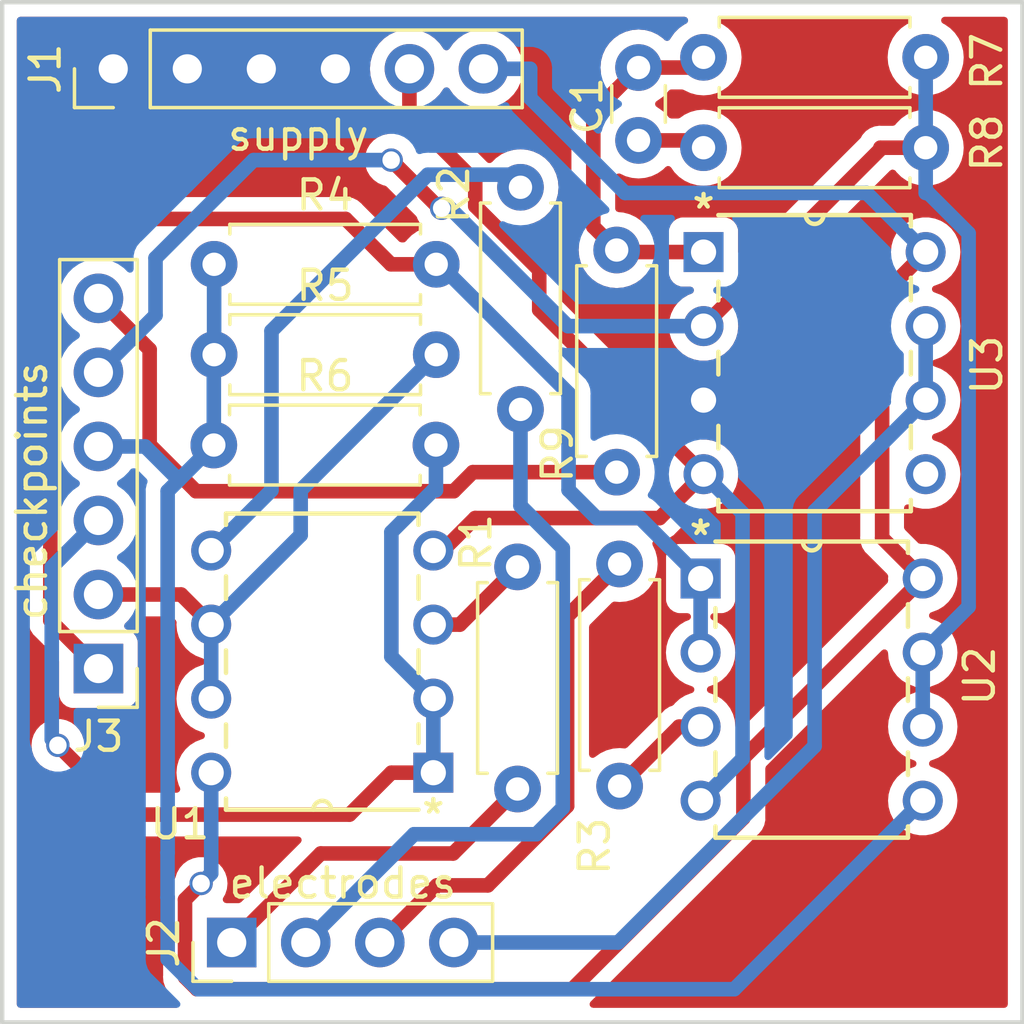
<source format=kicad_pcb>
(kicad_pcb (version 20221018) (generator pcbnew)
  (layers (0 "F.Cu" signal) (31 "B.Cu" signal) (34 "B.Paste" user) (35 "F.Paste" user) (36 "B.SilkS" user "B.Silkscreen") (37 "F.SilkS" user "F.Silkscreen") (38 "B.Mask" user) (39 "F.Mask" user) (44 "Edge.Cuts" user))
  (net 0 "")
  (net 1 "Earth")
  (net 2 "VEE")
  (net 3 "VCC")
  (net 4 "Left Arm")
  (net 5 "Right Arm")
  (net 6 "Left Leg")
  (net 7 "Right Leg")
  (net 8 "Out_buffer_3")
  (net 9 "Out_buffer_2")
  (net 10 "Out_buffer_1")
  (net 11 "Sum_point")
  (net 12 "Out_buffer_sum")
  (net 13 "Out_filter")
  (net 14 "Net-(U1A-+)")
  (net 15 "Net-(U1B-+)")
  (net 16 "Net-(U2A-+)")
  (net 18 "Net-(C1-Pad1)")
  (net 19 "Net-(C1-Pad2)")
  (footprint "Resistor_THT:R_Axial_DIN0207_L6.3mm_D2.5mm_P7.62mm_Horizontal" (layer "F.Cu") (at 126.9 103.7 90)
    (fp_text reference "R1" (at 8.45 -1.424 90) (layer "F.SilkS"))
    (fp_text value "10k")
    (fp_line (start 0.54 -1.37) (end 7.08 -1.37) (stroke (width 0.12)) (layer "F.SilkS"))
    (fp_line (start 0.54 -1.04) (end 0.54 -1.37) (stroke (width 0.12)) (layer "F.SilkS"))
    (fp_line (start 0.54 1.04) (end 0.54 1.37) (stroke (width 0.12)) (layer "F.SilkS"))
    (fp_line (start 0.54 1.37) (end 7.08 1.37) (stroke (width 0.12)) (layer "F.SilkS"))
    (fp_line (start 7.08 -1.37) (end 7.08 -1.04) (stroke (width 0.12)) (layer "F.SilkS"))
    (fp_line (start 7.08 1.37) (end 7.08 1.04) (stroke (width 0.12)) (layer "F.SilkS"))
    (pad "1" thru_hole circle (at 0 0 90) (size 1.6 1.6) (drill 0.8) (layers "*.Cu" "*.Mask") (net 4 "Left Arm"))
    (pad "2" thru_hole oval (at 7.62 0 90) (size 1.6 1.6) (drill 0.8) (layers "*.Cu" "*.Mask") (net 14 "Net-(U1A-+)"))
  )
  (footprint "Connector_PinHeader_2.54mm:PinHeader_1x06_P2.54mm_Vertical" (layer "F.Cu") (at 113.03 78.994 90)
    (fp_text reference "J1" (at 0 -2.33 90) (layer "F.SilkS"))
    (fp_text value "supply" (at -2.286 6.35) (layer "F.SilkS"))
    (fp_line (start -1.33 -1.33) (end 0 -1.33) (stroke (width 0.12)) (layer "F.SilkS"))
    (fp_line (start -1.33 0) (end -1.33 -1.33) (stroke (width 0.12)) (layer "F.SilkS"))
    (fp_line (start -1.33 1.27) (end -1.33 14.03) (stroke (width 0.12)) (layer "F.SilkS"))
    (fp_line (start -1.33 1.27) (end 1.33 1.27) (stroke (width 0.12)) (layer "F.SilkS"))
    (fp_line (start -1.33 14.03) (end 1.33 14.03) (stroke (width 0.12)) (layer "F.SilkS"))
    (fp_line (start 1.33 1.27) (end 1.33 14.03) (stroke (width 0.12)) (layer "F.SilkS"))
    (pad "1" thru_hole rect (at 0 0 90) (size 1.7 1.7) (drill 1) (layers "*.Cu" "*.Mask") (net 1 "Earth"))
    (pad "2" thru_hole oval (at 0 2.54 90) (size 1.7 1.7) (drill 1) (layers "*.Cu" "*.Mask") (net 1 "Earth"))
    (pad "3" thru_hole oval (at 0 5.08 90) (size 1.7 1.7) (drill 1) (layers "*.Cu" "*.Mask") (net 1 "Earth"))
    (pad "4" thru_hole oval (at 0 7.62 90) (size 1.7 1.7) (drill 1) (layers "*.Cu" "*.Mask") (net 1 "Earth"))
    (pad "5" thru_hole oval (at 0 10.16 90) (size 1.7 1.7) (drill 1) (layers "*.Cu" "*.Mask") (net 2 "VEE"))
    (pad "6" thru_hole oval (at 0 12.7 90) (size 1.7 1.7) (drill 1) (layers "*.Cu" "*.Mask") (net 3 "VCC"))
  )
  (footprint "Resistor_THT:R_Axial_DIN0207_L6.3mm_D2.5mm_P7.62mm_Horizontal" (layer "F.Cu") (at 130.3 85.21 -90)
    (fp_text reference "R9" (at 6.992 2.03 90) (layer "F.SilkS"))
    (fp_text value "R")
    (fp_line (start 0.54 -1.37) (end 7.08 -1.37) (stroke (width 0.12)) (layer "F.SilkS"))
    (fp_line (start 0.54 -1.04) (end 0.54 -1.37) (stroke (width 0.12)) (layer "F.SilkS"))
    (fp_line (start 0.54 1.04) (end 0.54 1.37) (stroke (width 0.12)) (layer "F.SilkS"))
    (fp_line (start 0.54 1.37) (end 7.08 1.37) (stroke (width 0.12)) (layer "F.SilkS"))
    (fp_line (start 7.08 -1.37) (end 7.08 -1.04) (stroke (width 0.12)) (layer "F.SilkS"))
    (fp_line (start 7.08 1.37) (end 7.08 1.04) (stroke (width 0.12)) (layer "F.SilkS"))
    (pad "1" thru_hole circle (at 0 0 270) (size 1.6 1.6) (drill 0.8) (layers "*.Cu" "*.Mask") (net 18 "Net-(C1-Pad1)"))
    (pad "2" thru_hole oval (at 7.62 0 270) (size 1.6 1.6) (drill 0.8) (layers "*.Cu" "*.Mask") (net 13 "Out_filter"))
  )
  (footprint "Resistor_THT:R_Axial_DIN0207_L6.3mm_D2.5mm_P7.62mm_Horizontal" (layer "F.Cu") (at 133.28 81.7)
    (fp_text reference "R8" (at 9.722 -0.166 90) (layer "F.SilkS"))
    (fp_text value "R")
    (fp_line (start 0.54 -1.37) (end 7.08 -1.37) (stroke (width 0.12)) (layer "F.SilkS"))
    (fp_line (start 0.54 -1.04) (end 0.54 -1.37) (stroke (width 0.12)) (layer "F.SilkS"))
    (fp_line (start 0.54 1.04) (end 0.54 1.37) (stroke (width 0.12)) (layer "F.SilkS"))
    (fp_line (start 0.54 1.37) (end 7.08 1.37) (stroke (width 0.12)) (layer "F.SilkS"))
    (fp_line (start 7.08 -1.37) (end 7.08 -1.04) (stroke (width 0.12)) (layer "F.SilkS"))
    (fp_line (start 7.08 1.37) (end 7.08 1.04) (stroke (width 0.12)) (layer "F.SilkS"))
    (pad "1" thru_hole circle (at 0 0) (size 1.6 1.6) (drill 0.8) (layers "*.Cu" "*.Mask") (net 19 "Net-(C1-Pad2)"))
    (pad "2" thru_hole oval (at 7.62 0) (size 1.6 1.6) (drill 0.8) (layers "*.Cu" "*.Mask") (net 12 "Out_buffer_sum"))
  )
  (footprint "Connector_PinHeader_2.54mm:PinHeader_1x06_P2.54mm_Vertical" (layer "F.Cu") (at 112.522 99.568 180)
    (fp_text reference "J3" (at 0 -2.33) (layer "F.SilkS"))
    (fp_text value "checkpoints" (at 2.286 6.096 90) (layer "F.SilkS"))
    (fp_line (start -1.33 -1.33) (end 0 -1.33) (stroke (width 0.12)) (layer "F.SilkS"))
    (fp_line (start -1.33 0) (end -1.33 -1.33) (stroke (width 0.12)) (layer "F.SilkS"))
    (fp_line (start -1.33 1.27) (end -1.33 14.03) (stroke (width 0.12)) (layer "F.SilkS"))
    (fp_line (start -1.33 1.27) (end 1.33 1.27) (stroke (width 0.12)) (layer "F.SilkS"))
    (fp_line (start -1.33 14.03) (end 1.33 14.03) (stroke (width 0.12)) (layer "F.SilkS"))
    (fp_line (start 1.33 1.27) (end 1.33 14.03) (stroke (width 0.12)) (layer "F.SilkS"))
    (pad "1" thru_hole rect (at 0 0 180) (size 1.7 1.7) (drill 1) (layers "*.Cu" "*.Mask") (net 8 "Out_buffer_3"))
    (pad "2" thru_hole oval (at 0 2.54 180) (size 1.7 1.7) (drill 1) (layers "*.Cu" "*.Mask") (net 9 "Out_buffer_2"))
    (pad "3" thru_hole oval (at 0 5.08 180) (size 1.7 1.7) (drill 1) (layers "*.Cu" "*.Mask") (net 10 "Out_buffer_1"))
    (pad "4" thru_hole oval (at 0 7.62 180) (size 1.7 1.7) (drill 1) (layers "*.Cu" "*.Mask") (net 11 "Sum_point"))
    (pad "5" thru_hole oval (at 0 10.16 180) (size 1.7 1.7) (drill 1) (layers "*.Cu" "*.Mask") (net 12 "Out_buffer_sum"))
    (pad "6" thru_hole oval (at 0 12.7 180) (size 1.7 1.7) (drill 1) (layers "*.Cu" "*.Mask") (net 13 "Out_filter"))
  )
  (footprint "TL072:P8" (layer "F.Cu") (at 140.9 92.9)
    (fp_text reference "U3" (at 2.102 -3.746 90 unlocked) (layer "F.SilkS"))
    (fp_text value "TL072")
    (fp_text user "*" (at -7.62 -9.0678 unlocked) (layer "F.SilkS"))
    (fp_line (start -7.112 -6.60146) (end -7.112 -5.962814) (stroke (width 0.1524)) (layer "F.SilkS"))
    (fp_line (start -7.112 -4.197186) (end -7.112 -3.422814) (stroke (width 0.1524)) (layer "F.SilkS"))
    (fp_line (start -7.112 -1.657186) (end -7.112 -0.882814) (stroke (width 0.1524)) (layer "F.SilkS"))
    (fp_line (start -7.112 0.882814) (end -7.112 1.27) (stroke (width 0.1524)) (layer "F.SilkS"))
    (fp_line (start -7.112 1.27) (end -0.508 1.27) (stroke (width 0.1524)) (layer "F.SilkS"))
    (fp_line (start -0.508 -8.89) (end -7.112 -8.89) (stroke (width 0.1524)) (layer "F.SilkS"))
    (fp_line (start -0.508 -8.502814) (end -0.508 -8.89) (stroke (width 0.1524)) (layer "F.SilkS"))
    (fp_line (start -0.508 -5.962814) (end -0.508 -6.737186) (stroke (width 0.1524)) (layer "F.SilkS"))
    (fp_line (start -0.508 -3.422814) (end -0.508 -4.197186) (stroke (width 0.1524)) (layer "F.SilkS"))
    (fp_line (start -0.508 -0.882814) (end -0.508 -1.657186) (stroke (width 0.1524)) (layer "F.SilkS"))
    (fp_line (start -0.508 1.27) (end -0.508 0.882814) (stroke (width 0.1524)) (layer "F.SilkS"))
    (fp_arc (start -3.5052 -8.89) (mid -3.81 -8.5852) (end -4.1148 -8.89) (stroke (width 0.1524)) (layer "F.SilkS"))
    (pad "1" thru_hole rect (at -7.62 -7.62) (size 1.3716 1.3716) (drill 0.8636) (layers "*.Cu" "*.Mask") (net 18 "Net-(C1-Pad1)"))
    (pad "2" thru_hole circle (at -7.62 -5.08) (size 1.3716 1.3716) (drill 0.8636) (layers "*.Cu" "*.Mask") (net 12 "Out_buffer_sum"))
    (pad "3" thru_hole circle (at -7.62 -2.54) (size 1.3716 1.3716) (drill 0.8636) (layers "*.Cu" "*.Mask") (net 1 "Earth"))
    (pad "4" thru_hole circle (at -7.62 0) (size 1.3716 1.3716) (drill 0.8636) (layers "*.Cu" "*.Mask") (net 2 "VEE"))
    (pad "5" thru_hole circle (at 0 0) (size 1.3716 1.3716) (drill 0.8636) (layers "*.Cu" "*.Mask"))
    (pad "6" thru_hole circle (at 0 -2.54) (size 1.3716 1.3716) (drill 0.8636) (layers "*.Cu" "*.Mask") (net 7 "Right Leg"))
    (pad "7" thru_hole circle (at 0 -5.08) (size 1.3716 1.3716) (drill 0.8636) (layers "*.Cu" "*.Mask") (net 7 "Right Leg"))
    (pad "8" thru_hole circle (at 0 -7.62) (size 1.3716 1.3716) (drill 0.8636) (layers "*.Cu" "*.Mask") (net 3 "VCC"))
  )
  (footprint "Resistor_THT:R_Axial_DIN0207_L6.3mm_D2.5mm_P7.62mm_Horizontal" (layer "F.Cu") (at 116.49 85.7)
    (fp_text reference "R4" (at 3.81 -2.37) (layer "F.SilkS"))
    (fp_text value "10k")
    (fp_line (start 0.54 -1.37) (end 7.08 -1.37) (stroke (width 0.12)) (layer "F.SilkS"))
    (fp_line (start 0.54 -1.04) (end 0.54 -1.37) (stroke (width 0.12)) (layer "F.SilkS"))
    (fp_line (start 0.54 1.04) (end 0.54 1.37) (stroke (width 0.12)) (layer "F.SilkS"))
    (fp_line (start 0.54 1.37) (end 7.08 1.37) (stroke (width 0.12)) (layer "F.SilkS"))
    (fp_line (start 7.08 -1.37) (end 7.08 -1.04) (stroke (width 0.12)) (layer "F.SilkS"))
    (fp_line (start 7.08 1.37) (end 7.08 1.04) (stroke (width 0.12)) (layer "F.SilkS"))
    (pad "1" thru_hole circle (at 0 0) (size 1.6 1.6) (drill 0.8) (layers "*.Cu" "*.Mask") (net 11 "Sum_point"))
    (pad "2" thru_hole oval (at 7.62 0) (size 1.6 1.6) (drill 0.8) (layers "*.Cu" "*.Mask") (net 8 "Out_buffer_3"))
  )
  (footprint "Capacitor_THT:C_Disc_D3.0mm_W1.6mm_P2.50mm" (layer "F.Cu") (at 131.05 78.95 -90)
    (fp_text reference "C1" (at 1.314 1.764 90) (layer "F.SilkS"))
    (fp_text value "100nF")
    (fp_line (start 0.621 -0.92) (end 1.879 -0.92) (stroke (width 0.12)) (layer "F.SilkS"))
    (fp_line (start 0.621 0.92) (end 1.879 0.92) (stroke (width 0.12)) (layer "F.SilkS"))
    (pad "1" thru_hole circle (at 0 0 270) (size 1.6 1.6) (drill 0.8) (layers "*.Cu" "*.Mask") (net 18 "Net-(C1-Pad1)"))
    (pad "2" thru_hole circle (at 2.5 0 270) (size 1.6 1.6) (drill 0.8) (layers "*.Cu" "*.Mask") (net 19 "Net-(C1-Pad2)"))
  )
  (footprint "TL072:P8" (layer "F.Cu") (at 116.39 95.52 180)
    (fp_text reference "U1" (at 1.074 -9.382 unlocked) (layer "F.SilkS"))
    (fp_text value "TL072")
    (fp_text user "*" (at -7.62 -9.0678) (layer "F.SilkS"))
    (fp_line (start -7.112 -6.60146) (end -7.112 -5.962814) (stroke (width 0.1524)) (layer "F.SilkS"))
    (fp_line (start -7.112 -4.197186) (end -7.112 -3.422814) (stroke (width 0.1524)) (layer "F.SilkS"))
    (fp_line (start -7.112 -1.657186) (end -7.112 -0.882814) (stroke (width 0.1524)) (layer "F.SilkS"))
    (fp_line (start -7.112 0.882814) (end -7.112 1.27) (stroke (width 0.1524)) (layer "F.SilkS"))
    (fp_line (start -7.112 1.27) (end -0.508 1.27) (stroke (width 0.1524)) (layer "F.SilkS"))
    (fp_line (start -0.508 -8.89) (end -7.112 -8.89) (stroke (width 0.1524)) (layer "F.SilkS"))
    (fp_line (start -0.508 -8.502814) (end -0.508 -8.89) (stroke (width 0.1524)) (layer "F.SilkS"))
    (fp_line (start -0.508 -5.962814) (end -0.508 -6.737186) (stroke (width 0.1524)) (layer "F.SilkS"))
    (fp_line (start -0.508 -3.422814) (end -0.508 -4.197186) (stroke (width 0.1524)) (layer "F.SilkS"))
    (fp_line (start -0.508 -0.882814) (end -0.508 -1.657186) (stroke (width 0.1524)) (layer "F.SilkS"))
    (fp_line (start -0.508 1.27) (end -0.508 0.882814) (stroke (width 0.1524)) (layer "F.SilkS"))
    (fp_arc (start -3.5052 -8.89) (mid -3.81 -8.5852) (end -4.1148 -8.89) (stroke (width 0.1524)) (layer "F.SilkS"))
    (pad "1" thru_hole rect (at -7.62 -7.62 180) (size 1.3716 1.3716) (drill 0.8636) (layers "*.Cu" "*.Mask") (net 10 "Out_buffer_1"))
    (pad "2" thru_hole circle (at -7.62 -5.08 180) (size 1.3716 1.3716) (drill 0.8636) (layers "*.Cu" "*.Mask") (net 10 "Out_buffer_1"))
    (pad "3" thru_hole circle (at -7.62 -2.54 180) (size 1.3716 1.3716) (drill 0.8636) (layers "*.Cu" "*.Mask") (net 14 "Net-(U1A-+)"))
    (pad "4" thru_hole circle (at -7.62 0 180) (size 1.3716 1.3716) (drill 0.8636) (layers "*.Cu" "*.Mask") (net 2 "VEE"))
    (pad "5" thru_hole circle (at 0 0 180) (size 1.3716 1.3716) (drill 0.8636) (layers "*.Cu" "*.Mask") (net 15 "Net-(U1B-+)"))
    (pad "6" thru_hole circle (at 0 -2.54 180) (size 1.3716 1.3716) (drill 0.8636) (layers "*.Cu" "*.Mask") (net 9 "Out_buffer_2"))
    (pad "7" thru_hole circle (at 0 -5.08 180) (size 1.3716 1.3716) (drill 0.8636) (layers "*.Cu" "*.Mask") (net 9 "Out_buffer_2"))
    (pad "8" thru_hole circle (at 0 -7.62 180) (size 1.3716 1.3716) (drill 0.8636) (layers "*.Cu" "*.Mask") (net 3 "VCC"))
  )
  (footprint "Resistor_THT:R_Axial_DIN0207_L6.3mm_D2.5mm_P7.62mm_Horizontal" (layer "F.Cu") (at 130.4 95.98 -90)
    (fp_text reference "R3" (at 9.684 0.86 90) (layer "F.SilkS"))
    (fp_text value "10k")
    (fp_line (start 0.54 -1.37) (end 7.08 -1.37) (stroke (width 0.12)) (layer "F.SilkS"))
    (fp_line (start 0.54 -1.04) (end 0.54 -1.37) (stroke (width 0.12)) (layer "F.SilkS"))
    (fp_line (start 0.54 1.04) (end 0.54 1.37) (stroke (width 0.12)) (layer "F.SilkS"))
    (fp_line (start 0.54 1.37) (end 7.08 1.37) (stroke (width 0.12)) (layer "F.SilkS"))
    (fp_line (start 7.08 -1.37) (end 7.08 -1.04) (stroke (width 0.12)) (layer "F.SilkS"))
    (fp_line (start 7.08 1.37) (end 7.08 1.04) (stroke (width 0.12)) (layer "F.SilkS"))
    (pad "1" thru_hole circle (at 0 0 270) (size 1.6 1.6) (drill 0.8) (layers "*.Cu" "*.Mask") (net 6 "Left Leg"))
    (pad "2" thru_hole oval (at 7.62 0 270) (size 1.6 1.6) (drill 0.8) (layers "*.Cu" "*.Mask") (net 16 "Net-(U2A-+)"))
  )
  (footprint "Resistor_THT:R_Axial_DIN0207_L6.3mm_D2.5mm_P7.62mm_Horizontal" (layer "F.Cu") (at 116.48 91.9)
    (fp_text reference "R6" (at 3.81 -2.37) (layer "F.SilkS"))
    (fp_text value "10k")
    (fp_line (start 0.54 -1.37) (end 7.08 -1.37) (stroke (width 0.12)) (layer "F.SilkS"))
    (fp_line (start 0.54 -1.04) (end 0.54 -1.37) (stroke (width 0.12)) (layer "F.SilkS"))
    (fp_line (start 0.54 1.04) (end 0.54 1.37) (stroke (width 0.12)) (layer "F.SilkS"))
    (fp_line (start 0.54 1.37) (end 7.08 1.37) (stroke (width 0.12)) (layer "F.SilkS"))
    (fp_line (start 7.08 -1.37) (end 7.08 -1.04) (stroke (width 0.12)) (layer "F.SilkS"))
    (fp_line (start 7.08 1.37) (end 7.08 1.04) (stroke (width 0.12)) (layer "F.SilkS"))
    (pad "1" thru_hole circle (at 0 0) (size 1.6 1.6) (drill 0.8) (layers "*.Cu" "*.Mask") (net 11 "Sum_point"))
    (pad "2" thru_hole oval (at 7.62 0) (size 1.6 1.6) (drill 0.8) (layers "*.Cu" "*.Mask") (net 10 "Out_buffer_1"))
  )
  (footprint "Connector_PinHeader_2.54mm:PinHeader_1x04_P2.54mm_Vertical" (layer "F.Cu") (at 117.094 108.966 90)
    (fp_text reference "J2" (at 0 -2.33 90) (layer "F.SilkS"))
    (fp_text value "electrodes" (at 2.032 3.81 180) (layer "F.SilkS"))
    (fp_line (start -1.33 -1.33) (end 0 -1.33) (stroke (width 0.12)) (layer "F.SilkS"))
    (fp_line (start -1.33 0) (end -1.33 -1.33) (stroke (width 0.12)) (layer "F.SilkS"))
    (fp_line (start -1.33 1.27) (end -1.33 8.95) (stroke (width 0.12)) (layer "F.SilkS"))
    (fp_line (start -1.33 1.27) (end 1.33 1.27) (stroke (width 0.12)) (layer "F.SilkS"))
    (fp_line (start -1.33 8.95) (end 1.33 8.95) (stroke (width 0.12)) (layer "F.SilkS"))
    (fp_line (start 1.33 1.27) (end 1.33 8.95) (stroke (width 0.12)) (layer "F.SilkS"))
    (pad "1" thru_hole rect (at 0 0 90) (size 1.7 1.7) (drill 1) (layers "*.Cu" "*.Mask") (net 4 "Left Arm"))
    (pad "2" thru_hole oval (at 0 2.54 90) (size 1.7 1.7) (drill 1) (layers "*.Cu" "*.Mask") (net 5 "Right Arm"))
    (pad "3" thru_hole oval (at 0 5.08 90) (size 1.7 1.7) (drill 1) (layers "*.Cu" "*.Mask") (net 6 "Left Leg"))
    (pad "4" thru_hole oval (at 0 7.62 90) (size 1.7 1.7) (drill 1) (layers "*.Cu" "*.Mask") (net 7 "Right Leg"))
  )
  (footprint "Resistor_THT:R_Axial_DIN0207_L6.3mm_D2.5mm_P7.62mm_Horizontal" (layer "F.Cu") (at 127 83.058 -90)
    (fp_text reference "R2" (at 0.254 2.286 90) (layer "F.SilkS"))
    (fp_text value "10k")
    (fp_line (start 0.54 -1.37) (end 7.08 -1.37) (stroke (width 0.12)) (layer "F.SilkS"))
    (fp_line (start 0.54 -1.04) (end 0.54 -1.37) (stroke (width 0.12)) (layer "F.SilkS"))
    (fp_line (start 0.54 1.04) (end 0.54 1.37) (stroke (width 0.12)) (layer "F.SilkS"))
    (fp_line (start 0.54 1.37) (end 7.08 1.37) (stroke (width 0.12)) (layer "F.SilkS"))
    (fp_line (start 7.08 -1.37) (end 7.08 -1.04) (stroke (width 0.12)) (layer "F.SilkS"))
    (fp_line (start 7.08 1.37) (end 7.08 1.04) (stroke (width 0.12)) (layer "F.SilkS"))
    (pad "1" thru_hole circle (at 0 0 270) (size 1.6 1.6) (drill 0.8) (layers "*.Cu" "*.Mask") (net 15 "Net-(U1B-+)"))
    (pad "2" thru_hole oval (at 7.62 0 270) (size 1.6 1.6) (drill 0.8) (layers "*.Cu" "*.Mask") (net 5 "Right Arm"))
  )
  (footprint "TL072:P8" (layer "F.Cu") (at 140.8 104.1)
    (fp_text reference "U2" (at 1.948 -4.278 90 unlocked) (layer "F.SilkS"))
    (fp_text value "TL072")
    (fp_text user "*" (at -7.62 -9.0678) (layer "F.SilkS"))
    (fp_line (start -7.112 -6.60146) (end -7.112 -5.962814) (stroke (width 0.1524)) (layer "F.SilkS"))
    (fp_line (start -7.112 -4.197186) (end -7.112 -3.422814) (stroke (width 0.1524)) (layer "F.SilkS"))
    (fp_line (start -7.112 -1.657186) (end -7.112 -0.882814) (stroke (width 0.1524)) (layer "F.SilkS"))
    (fp_line (start -7.112 0.882814) (end -7.112 1.27) (stroke (width 0.1524)) (layer "F.SilkS"))
    (fp_line (start -7.112 1.27) (end -0.508 1.27) (stroke (width 0.1524)) (layer "F.SilkS"))
    (fp_line (start -0.508 -8.89) (end -7.112 -8.89) (stroke (width 0.1524)) (layer "F.SilkS"))
    (fp_line (start -0.508 -8.502814) (end -0.508 -8.89) (stroke (width 0.1524)) (layer "F.SilkS"))
    (fp_line (start -0.508 -5.962814) (end -0.508 -6.737186) (stroke (width 0.1524)) (layer "F.SilkS"))
    (fp_line (start -0.508 -3.422814) (end -0.508 -4.197186) (stroke (width 0.1524)) (layer "F.SilkS"))
    (fp_line (start -0.508 -0.882814) (end -0.508 -1.657186) (stroke (width 0.1524)) (layer "F.SilkS"))
    (fp_line (start -0.508 1.27) (end -0.508 0.882814) (stroke (width 0.1524)) (layer "F.SilkS"))
    (fp_arc (start -3.5052 -8.89) (mid -3.81 -8.5852) (end -4.1148 -8.89) (stroke (width 0.1524)) (layer "F.SilkS"))
    (pad "1" thru_hole rect (at -7.62 -7.62) (size 1.3716 1.3716) (drill 0.8636) (layers "*.Cu" "*.Mask") (net 8 "Out_buffer_3"))
    (pad "2" thru_hole circle (at -7.62 -5.08) (size 1.3716 1.3716) (drill 0.8636) (layers "*.Cu" "*.Mask") (net 8 "Out_buffer_3"))
    (pad "3" thru_hole circle (at -7.62 -2.54) (size 1.3716 1.3716) (drill 0.8636) (layers "*.Cu" "*.Mask") (net 16 "Net-(U2A-+)"))
    (pad "4" thru_hole circle (at -7.62 0) (size 1.3716 1.3716) (drill 0.8636) (layers "*.Cu" "*.Mask") (net 2 "VEE"))
    (pad "5" thru_hole circle (at 0 0) (size 1.3716 1.3716) (drill 0.8636) (layers "*.Cu" "*.Mask") (net 11 "Sum_point"))
    (pad "6" thru_hole circle (at 0 -2.54) (size 1.3716 1.3716) (drill 0.8636) (layers "*.Cu" "*.Mask") (net 12 "Out_buffer_sum"))
    (pad "7" thru_hole circle (at 0 -5.08) (size 1.3716 1.3716) (drill 0.8636) (layers "*.Cu" "*.Mask") (net 12 "Out_buffer_sum"))
    (pad "8" thru_hole circle (at 0 -7.62) (size 1.3716 1.3716) (drill 0.8636) (layers "*.Cu" "*.Mask") (net 3 "VCC"))
  )
  (footprint "Resistor_THT:R_Axial_DIN0207_L6.3mm_D2.5mm_P7.62mm_Horizontal" (layer "F.Cu") (at 133.28 78.6)
    (fp_text reference "R7" (at 9.722 0.14 90) (layer "F.SilkS"))
    (fp_text value "R")
    (fp_line (start 0.54 -1.37) (end 7.08 -1.37) (stroke (width 0.12)) (layer "F.SilkS"))
    (fp_line (start 0.54 -1.04) (end 0.54 -1.37) (stroke (width 0.12)) (layer "F.SilkS"))
    (fp_line (start 0.54 1.04) (end 0.54 1.37) (stroke (width 0.12)) (layer "F.SilkS"))
    (fp_line (start 0.54 1.37) (end 7.08 1.37) (stroke (width 0.12)) (layer "F.SilkS"))
    (fp_line (start 7.08 -1.37) (end 7.08 -1.04) (stroke (width 0.12)) (layer "F.SilkS"))
    (fp_line (start 7.08 1.37) (end 7.08 1.04) (stroke (width 0.12)) (layer "F.SilkS"))
    (pad "1" thru_hole circle (at 0 0) (size 1.6 1.6) (drill 0.8) (layers "*.Cu" "*.Mask") (net 18 "Net-(C1-Pad1)"))
    (pad "2" thru_hole oval (at 7.62 0) (size 1.6 1.6) (drill 0.8) (layers "*.Cu" "*.Mask") (net 12 "Out_buffer_sum"))
  )
  (footprint "Resistor_THT:R_Axial_DIN0207_L6.3mm_D2.5mm_P7.62mm_Horizontal" (layer "F.Cu") (at 116.49 88.8)
    (fp_text reference "R5" (at 3.81 -2.37) (layer "F.SilkS"))
    (fp_text value "10k")
    (fp_line (start 0.54 -1.37) (end 7.08 -1.37) (stroke (width 0.12)) (layer "F.SilkS"))
    (fp_line (start 0.54 -1.04) (end 0.54 -1.37) (stroke (width 0.12)) (layer "F.SilkS"))
    (fp_line (start 0.54 1.04) (end 0.54 1.37) (stroke (width 0.12)) (layer "F.SilkS"))
    (fp_line (start 0.54 1.37) (end 7.08 1.37) (stroke (width 0.12)) (layer "F.SilkS"))
    (fp_line (start 7.08 -1.37) (end 7.08 -1.04) (stroke (width 0.12)) (layer "F.SilkS"))
    (fp_line (start 7.08 1.37) (end 7.08 1.04) (stroke (width 0.12)) (layer "F.SilkS"))
    (pad "1" thru_hole circle (at 0 0) (size 1.6 1.6) (drill 0.8) (layers "*.Cu" "*.Mask") (net 11 "Sum_point"))
    (pad "2" thru_hole oval (at 7.62 0) (size 1.6 1.6) (drill 0.8) (layers "*.Cu" "*.Mask") (net 9 "Out_buffer_2"))
  )
  (gr_line (start 144.22 76.708) (end 144.22 111.708) (stroke (width 0.15)) (layer "Edge.Cuts"))
  (gr_line (start 144.22 111.708) (end 109.22 111.708) (stroke (width 0.15)) (layer "Edge.Cuts"))
  (gr_line (start 144.22 76.708) (end 109.22 76.708) (stroke (width 0.15)) (layer "Edge.Cuts"))
  (gr_line (start 109.22 76.708) (end 109.22 111.708) (stroke (width 0.15)) (layer "Edge.Cuts"))
  (segment (start 127.6429 85.8955) (end 127.643 85.8955) (width 0.5) (layer "F.Cu") (net 2))
  (segment (start 125.4455 94.405) (end 131.775 94.405) (width 0.5) (layer "F.Cu") (net 2))
  (segment (start 124.3305 95.52) (end 125.4455 94.405) (width 0.5) (layer "F.Cu") (net 2))
  (segment (start 125.4481 82.854) (end 125.4481 83.7007) (width 0.5) (layer "F.Cu") (net 2))
  (segment (start 124.01 95.52) (end 124.3305 95.52) (width 0.5) (layer "F.Cu") (net 2))
  (segment (start 131.775 94.405) (end 133.28 92.9) (width 0.5) (layer "F.Cu") (net 2))
  (segment (start 127.643 87.263) (end 133.28 92.9) (width 0.5) (layer "F.Cu") (net 2))
  (segment (start 127.643 85.8955) (end 127.643 87.263) (width 0.5) (layer "F.Cu") (net 2))
  (segment (start 123.19 80.5959) (end 125.4481 82.854) (width 0.5) (layer "F.Cu") (net 2))
  (segment (start 123.19 78.994) (end 123.19 80.5959) (width 0.5) (layer "F.Cu") (net 2))
  (segment (start 125.4481 83.7007) (end 127.6429 85.8955) (width 0.5) (layer "F.Cu") (net 2))
  (segment (start 133.18 104.1) (end 134.6177 102.6623) (width 0.5) (layer "B.Cu") (net 2))
  (segment (start 134.6177 94.2377) (end 133.28 92.9) (width 0.5) (layer "B.Cu") (net 2))
  (segment (start 134.6177 102.6623) (end 134.6177 94.2377) (width 0.5) (layer "B.Cu") (net 2))
  (segment (start 115.9039 110.5679) (end 115.4921 110.1561) (width 0.5) (layer "F.Cu") (net 3))
  (segment (start 134.6473 102.6327) (end 134.6473 104.6927) (width 0.5) (layer "F.Cu") (net 3))
  (segment (start 139.4064 86.7736) (end 140.9 85.28) (width 0.5) (layer "F.Cu") (net 3))
  (segment (start 140.8 96.48) (end 139.4064 95.0864) (width 0.5) (layer "F.Cu") (net 3))
  (segment (start 140.8 96.48) (end 134.6473 102.6327) (width 0.5) (layer "F.Cu") (net 3))
  (segment (start 134.6473 104.6927) (end 128.7721 110.5679) (width 0.5) (layer "F.Cu") (net 3))
  (segment (start 115.4921 107.4931) (end 116.0443 106.9409) (width 0.5) (layer "F.Cu") (net 3))
  (segment (start 139.4064 95.0864) (end 139.4064 86.7736) (width 0.5) (layer "F.Cu") (net 3))
  (segment (start 115.4921 110.1561) (end 115.4921 107.4931) (width 0.5) (layer "F.Cu") (net 3))
  (segment (start 128.7721 110.5679) (end 115.9039 110.5679) (width 0.5) (layer "F.Cu") (net 3))
  (via (at 116.0443 106.9409) (size 0.8) (drill 0.6) (layers "F.Cu" "B.Cu") (net 3))
  (segment (start 127.3319 78.994) (end 127.3319 79.9952) (width 0.5) (layer "B.Cu") (net 3))
  (segment (start 138.8719 83.2519) (end 140.9 85.28) (width 0.5) (layer "B.Cu") (net 3))
  (segment (start 125.73 78.994) (end 127.3319 78.994) (width 0.5) (layer "B.Cu") (net 3))
  (segment (start 116.39 103.14) (end 116.39 106.5952) (width 0.5) (layer "B.Cu") (net 3))
  (segment (start 127.3319 79.9952) (end 130.5886 83.2519) (width 0.5) (layer "B.Cu") (net 3))
  (segment (start 116.39 106.5952) (end 116.0443 106.9409) (width 0.5) (layer "B.Cu") (net 3))
  (segment (start 130.5886 83.2519) (end 138.8719 83.2519) (width 0.5) (layer "B.Cu") (net 3))
  (segment (start 120.1482 105.9118) (end 124.6882 105.9118) (width 0.5) (layer "F.Cu") (net 4))
  (segment (start 117.094 108.966) (end 120.1482 105.9118) (width 0.5) (layer "F.Cu") (net 4))
  (segment (start 124.6882 105.9118) (end 126.9 103.7) (width 0.5) (layer "F.Cu") (net 4))
  (segment (start 127.5428 105.2519) (end 123.3481 105.2519) (width 0.5) (layer "B.Cu") (net 5))
  (segment (start 127 90.678) (end 127 93.9853) (width 0.5) (layer "B.Cu") (net 5))
  (segment (start 128.4519 104.3428) (end 127.5428 105.2519) (width 0.5) (layer "B.Cu") (net 5))
  (segment (start 128.4519 95.4372) (end 128.4519 104.3428) (width 0.5) (layer "B.Cu") (net 5))
  (segment (start 127 93.9853) (end 128.4519 95.4372) (width 0.5) (layer "B.Cu") (net 5))
  (segment (start 123.3481 105.2519) (end 119.634 108.966) (width 0.5) (layer "B.Cu") (net 5))
  (segment (start 128.6 104.2848) (end 128.6 97.78) (width 0.5) (layer "F.Cu") (net 6))
  (segment (start 128.6 97.78) (end 130.4 95.98) (width 0.5) (layer "F.Cu") (net 6))
  (segment (start 122.174 108.966) (end 124.1337 107.0063) (width 0.5) (layer "F.Cu") (net 6))
  (segment (start 125.8785 107.0063) (end 128.6 104.2848) (width 0.5) (layer "F.Cu") (net 6))
  (segment (start 124.1337 107.0063) (end 125.8785 107.0063) (width 0.5) (layer "F.Cu") (net 6))
  (segment (start 140.9 90.36) (end 140.9 87.82) (width 0.5) (layer "B.Cu") (net 7))
  (segment (start 124.714 108.966) (end 130.3511 108.966) (width 0.5) (layer "B.Cu") (net 7))
  (segment (start 130.3511 108.966) (end 137.09 102.2271) (width 0.5) (layer "B.Cu") (net 7))
  (segment (start 137.09 94.17) (end 140.9 90.36) (width 0.5) (layer "B.Cu") (net 7))
  (segment (start 137.09 102.2271) (end 137.09 94.17) (width 0.5) (layer "B.Cu") (net 7))
  (segment (start 121.0021 84.144) (end 122.5581 85.7) (width 0.5) (layer "F.Cu") (net 8))
  (segment (start 124.11 85.7) (end 122.5581 85.7) (width 0.5) (layer "F.Cu") (net 8))
  (segment (start 110.8713 97.9173) (end 110.8713 86.2296) (width 0.5) (layer "F.Cu") (net 8))
  (segment (start 112.522 99.568) (end 110.8713 97.9173) (width 0.5) (layer "F.Cu") (net 8))
  (segment (start 110.8713 86.2296) (end 112.9569 84.144) (width 0.5) (layer "F.Cu") (net 8))
  (segment (start 112.9569 84.144) (end 121.0021 84.144) (width 0.5) (layer "F.Cu") (net 8))
  (segment (start 129.6123 94.4049) (end 128.6499 93.4425) (width 0.5) (layer "B.Cu") (net 8))
  (segment (start 128.6499 93.4425) (end 128.6499 90.1268) (width 0.5) (layer "B.Cu") (net 8))
  (segment (start 133.18 96.48) (end 131.1049 94.4049) (width 0.5) (layer "B.Cu") (net 8))
  (segment (start 133.18 96.48) (end 133.18 99.02) (width 0.5) (layer "B.Cu") (net 8))
  (segment (start 131.1049 94.4049) (end 129.6123 94.4049) (width 0.5) (layer "B.Cu") (net 8))
  (segment (start 124.2231 85.7) (end 124.11 85.7) (width 0.5) (layer "B.Cu") (net 8))
  (segment (start 128.6499 90.1268) (end 124.2231 85.7) (width 0.5) (layer "B.Cu") (net 8))
  (segment (start 112.522 97.028) (end 115.358 97.028) (width 0.5) (layer "F.Cu") (net 9))
  (segment (start 115.358 97.028) (end 116.39 98.06) (width 0.5) (layer "F.Cu") (net 9))
  (segment (start 119.46 94.99) (end 119.46 93.45) (width 0.5) (layer "B.Cu") (net 9))
  (segment (start 116.39 98.06) (end 116.39 100.6) (width 0.5) (layer "B.Cu") (net 9))
  (segment (start 119.46 93.45) (end 124.11 88.8) (width 0.5) (layer "B.Cu") (net 9))
  (segment (start 116.39 98.06) (end 119.46 94.99) (width 0.5) (layer "B.Cu") (net 9))
  (segment (start 113.5065 104.5777) (end 121.1346 104.5777) (width 0.5) (layer "F.Cu") (net 10))
  (segment (start 124.01 103.14) (end 122.5723 103.14) (width 0.5) (layer "F.Cu") (net 10))
  (segment (start 111.1306 102.2018) (end 113.5065 104.5777) (width 0.5) (layer "F.Cu") (net 10))
  (segment (start 121.1346 104.5777) (end 122.5723 103.14) (width 0.5) (layer "F.Cu") (net 10))
  (via (at 111.1306 102.2018) (size 0.8) (drill 0.6) (layers "F.Cu" "B.Cu") (net 10))
  (segment (start 122.5707 99.1607) (end 122.5707 94.887) (width 0.5) (layer "B.Cu") (net 10))
  (segment (start 124.0058 93.4519) (end 124.1 93.4519) (width 0.5) (layer "B.Cu") (net 10))
  (segment (start 124.01 100.6) (end 122.5707 99.1607) (width 0.5) (layer "B.Cu") (net 10))
  (segment (start 122.5707 94.887) (end 124.0058 93.4519) (width 0.5) (layer "B.Cu") (net 10))
  (segment (start 124.1 91.9) (end 124.1 93.4519) (width 0.5) (layer "B.Cu") (net 10))
  (segment (start 112.522 94.488) (end 110.9201 96.0899) (width 0.5) (layer "B.Cu") (net 10))
  (segment (start 124.01 103.14) (end 124.01 100.6) (width 0.5) (layer "B.Cu") (net 10))
  (segment (start 110.9201 101.9913) (end 111.1306 102.2018) (width 0.5) (layer "B.Cu") (net 10))
  (segment (start 110.9201 96.0899) (end 110.9201 101.9913) (width 0.5) (layer "B.Cu") (net 10))
  (segment (start 115.9323 110.5679) (end 134.3321 110.5679) (width 0.5) (layer "B.Cu") (net 11))
  (segment (start 112.522 91.948) (end 114.1239 91.948) (width 0.5) (layer "B.Cu") (net 11))
  (segment (start 114.8924 107.418) (end 114.8961 107.4217) (width 0.5) (layer "B.Cu") (net 11))
  (segment (start 114.8961 93.4839) (end 114.8961 105.8814) (width 0.5) (layer "B.Cu") (net 11))
  (segment (start 116.48 88.81) (end 116.48 91.9) (width 0.5) (layer "B.Cu") (net 11))
  (segment (start 114.8961 107.4217) (end 114.8961 109.5317) (width 0.5) (layer "B.Cu") (net 11))
  (segment (start 114.8961 109.5317) (end 115.9323 110.5679) (width 0.5) (layer "B.Cu") (net 11))
  (segment (start 134.3321 110.5679) (end 140.8 104.1) (width 0.5) (layer "B.Cu") (net 11))
  (segment (start 114.8961 105.8814) (end 114.8924 105.8851) (width 0.5) (layer "B.Cu") (net 11))
  (segment (start 114.1239 91.948) (end 115.278 93.102) (width 0.5) (layer "B.Cu") (net 11))
  (segment (start 116.48 91.9) (end 115.278 93.102) (width 0.5) (layer "B.Cu") (net 11))
  (segment (start 115.278 93.102) (end 114.8961 93.4839) (width 0.5) (layer "B.Cu") (net 11))
  (segment (start 116.49 88.8) (end 116.48 88.81) (width 0.5) (layer "B.Cu") (net 11))
  (segment (start 116.49 85.7) (end 116.49 88.8) (width 0.5) (layer "B.Cu") (net 11))
  (segment (start 114.8924 105.8851) (end 114.8924 107.418) (width 0.5) (layer "B.Cu") (net 11))
  (segment (start 122.5641 82.1253) (end 124.2166 83.7778) (width 0.5) (layer "F.Cu") (net 12))
  (segment (start 133.28 87.82) (end 139.3481 81.7519) (width 0.5) (layer "F.Cu") (net 12))
  (segment (start 140.9 81.7) (end 139.3481 81.7) (width 0.5) (layer "F.Cu") (net 12))
  (segment (start 124.2166 83.7778) (end 124.2961 83.7778) (width 0.5) (layer "F.Cu") (net 12))
  (segment (start 139.3481 81.7519) (end 139.3481 81.7) (width 0.5) (layer "F.Cu") (net 12))
  (via (at 122.5641 82.1253) (size 0.8) (drill 0.6) (layers "F.Cu" "B.Cu") (net 12))
  (via (at 124.2961 83.7778) (size 0.8) (drill 0.6) (layers "F.Cu" "B.Cu") (net 12))
  (segment (start 114.48 85.4871) (end 117.8418 82.1253) (width 0.5) (layer "B.Cu") (net 12))
  (segment (start 142.3738 84.6385) (end 140.9872 83.2519) (width 0.5) (layer "B.Cu") (net 12))
  (segment (start 133.28 87.82) (end 128.6265 87.82) (width 0.5) (layer "B.Cu") (net 12))
  (segment (start 140.9 78.6) (end 140.9 81.7) (width 0.5) (layer "B.Cu") (net 12))
  (segment (start 117.8418 82.1253) (end 122.5641 82.1253) (width 0.5) (layer "B.Cu") (net 12))
  (segment (start 124.5843 83.7778) (end 124.2961 83.7778) (width 0.5) (layer "B.Cu") (net 12))
  (segment (start 128.6265 87.82) (end 124.5843 83.7778) (width 0.5) (layer "B.Cu") (net 12))
  (segment (start 140.9872 83.2519) (end 140.9 83.2519) (width 0.5) (layer "B.Cu") (net 12))
  (segment (start 112.522 89.408) (end 114.48 87.45) (width 0.5) (layer "B.Cu") (net 12))
  (segment (start 114.48 87.45) (end 114.48 85.4871) (width 0.5) (layer "B.Cu") (net 12))
  (segment (start 140.8 101.56) (end 140.8 99.02) (width 0.5) (layer "B.Cu") (net 12))
  (segment (start 140.9 81.7) (end 140.9 83.2519) (width 0.5) (layer "B.Cu") (net 12))
  (segment (start 142.3738 97.4462) (end 142.3738 84.6385) (width 0.5) (layer "B.Cu") (net 12))
  (segment (start 140.8 99.02) (end 142.3738 97.4462) (width 0.5) (layer "B.Cu") (net 12))
  (segment (start 125.3647 92.83) (end 130.3 92.83) (width 0.5) (layer "F.Cu") (net 13))
  (segment (start 114.2789 88.6249) (end 114.2789 91.8935) (width 0.5) (layer "F.Cu") (net 13))
  (segment (start 115.8693 93.4839) (end 124.7108 93.4839) (width 0.5) (layer "F.Cu") (net 13))
  (segment (start 112.522 86.868) (end 114.2789 88.6249) (width 0.5) (layer "F.Cu") (net 13))
  (segment (start 124.7108 93.4839) (end 125.3647 92.83) (width 0.5) (layer "F.Cu") (net 13))
  (segment (start 114.2789 91.8935) (end 115.8693 93.4839) (width 0.5) (layer "F.Cu") (net 13))
  (segment (start 124.92 98.06) (end 124.01 98.06) (width 0.5) (layer "F.Cu") (net 14))
  (segment (start 126.9 96.08) (end 124.92 98.06) (width 0.5) (layer "F.Cu") (net 14))
  (segment (start 118.4581 87.9868) (end 118.4581 93.4519) (width 0.5) (layer "B.Cu") (net 15))
  (segment (start 123.819 82.6259) (end 118.4581 87.9868) (width 0.5) (layer "B.Cu") (net 15))
  (segment (start 127 83.058) (end 126.5679 82.6259) (width 0.5) (layer "B.Cu") (net 15))
  (segment (start 118.4581 93.4519) (end 116.39 95.52) (width 0.5) (layer "B.Cu") (net 15))
  (segment (start 126.5679 82.6259) (end 123.819 82.6259) (width 0.5) (layer "B.Cu") (net 15))
  (segment (start 133.18 101.56) (end 132.44 101.56) (width 0.5) (layer "F.Cu") (net 16))
  (segment (start 132.44 101.56) (end 130.4 103.6) (width 0.5) (layer "F.Cu") (net 16))
  (segment (start 131.05 78.95) (end 132.93 78.95) (width 0.5) (layer "F.Cu") (net 18))
  (segment (start 132.93 78.95) (end 133.28 78.6) (width 0.5) (layer "F.Cu") (net 18))
  (segment (start 133.28 85.28) (end 130.37 85.28) (width 0.5) (layer "F.Cu") (net 18))
  (segment (start 129.4981 80.5019) (end 131.05 78.95) (width 0.5) (layer "F.Cu") (net 18))
  (segment (start 129.4981 84.4081) (end 129.4981 80.5019) (width 0.5) (layer "F.Cu") (net 18))
  (segment (start 130.3 85.21) (end 129.4981 84.4081) (width 0.5) (layer "F.Cu") (net 18))
  (segment (start 130.37 85.28) (end 130.3 85.21) (width 0.5) (layer "F.Cu") (net 18))
  (segment (start 133.03 81.45) (end 133.28 81.7) (width 0.5) (layer "F.Cu") (net 19))
  (segment (start 131.05 81.45) (end 133.03 81.45) (width 0.5) (layer "F.Cu") (net 19))
  (zone (net 1) (net_name "Earth") (layers "F&B.Cu") (connect_pads yes (clearance 0.5)) (min_thickness 0.25) (fill yes (thermal_gap 0.5) (thermal_bridge_width 0.5))
    (polygon (pts (xy 109.474 76.962) (xy 144.018 76.962) (xy 144.018 111.506) (xy 109.474 111.506)))
  )
)
</source>
